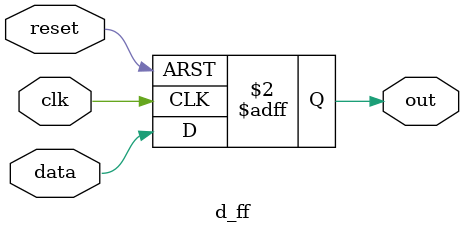
<source format=v>
module d_ff(data,clk,reset,out);		//asynchronous reset
input data,clk,reset;
output reg out;

always @(posedge clk, posedge reset) begin
	if(reset) out<=0;
	else out<=data;
end

endmodule


</source>
